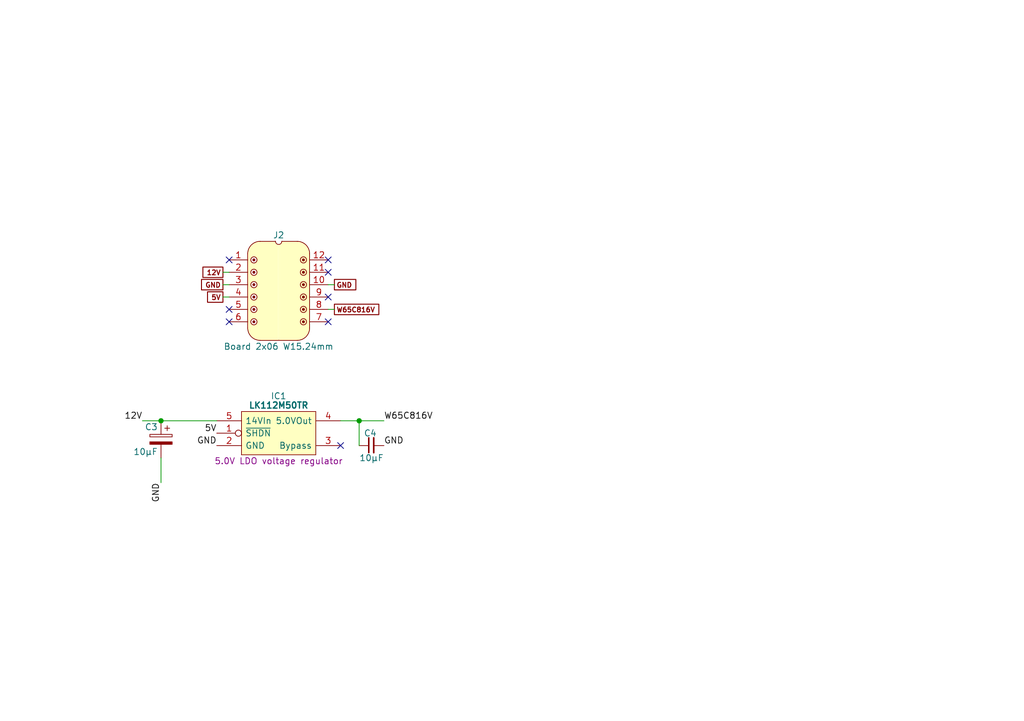
<source format=kicad_sch>
(kicad_sch
	(version 20250114)
	(generator "eeschema")
	(generator_version "9.0")
	(uuid "337b5f72-8be1-4121-9dc6-479b565482b2")
	(paper "A5")
	(title_block
		(title "W65C816 Power")
		(date "2025-06-17")
		(rev "V0")
	)
	(lib_symbols
		(symbol "HCP65:Board_02x06_W15.24mm"
			(pin_names
				(offset 1.016)
				(hide yes)
			)
			(exclude_from_sim no)
			(in_bom yes)
			(on_board yes)
			(property "Reference" "J"
				(at 0 5.08 0)
				(effects
					(font
						(size 1.27 1.27)
					)
				)
			)
			(property "Value" "Board 2x06 W15.24mm"
				(at 0 -17.78 0)
				(effects
					(font
						(size 1.27 1.27)
					)
				)
			)
			(property "Footprint" "SamacSys_Parts:DIP-12_Board_W15.24mm_Alt"
				(at 0 -20.32 0)
				(effects
					(font
						(size 1.27 1.27)
					)
					(hide yes)
				)
			)
			(property "Datasheet" ""
				(at 0 -45.72 0)
				(effects
					(font
						(size 1.27 1.27)
					)
					(hide yes)
				)
			)
			(property "Description" ""
				(at 0 -17.78 0)
				(effects
					(font
						(size 1.27 1.27)
					)
					(hide yes)
				)
			)
			(property "ki_keywords" "HCP65 Connector Board"
				(at 0 0 0)
				(effects
					(font
						(size 1.27 1.27)
					)
					(hide yes)
				)
			)
			(property "ki_fp_filters" "Connector*:*_2x??_*"
				(at 0 0 0)
				(effects
					(font
						(size 1.27 1.27)
					)
					(hide yes)
				)
			)
			(symbol "Board_02x06_W15.24mm_0_1"
				(polyline
					(pts
						(xy -6.35 1.27) (xy -6.35 -13.97)
					)
					(stroke
						(width 0)
						(type default)
					)
					(fill
						(type none)
					)
				)
				(arc
					(start -3.8102 -16.5098)
					(mid -5.6063 -15.7659)
					(end -6.3502 -13.9698)
					(stroke
						(width 0)
						(type default)
					)
					(fill
						(type none)
					)
				)
				(arc
					(start -6.35 1.27)
					(mid -5.6061 3.0661)
					(end -3.81 3.81)
					(stroke
						(width 0)
						(type default)
					)
					(fill
						(type none)
					)
				)
				(polyline
					(pts
						(xy -3.81 3.81) (xy -0.635 3.81)
					)
					(stroke
						(width 0)
						(type default)
					)
					(fill
						(type none)
					)
				)
				(arc
					(start 0.635 3.81)
					(mid 0 3.175)
					(end -0.635 3.81)
					(stroke
						(width 0)
						(type default)
					)
					(fill
						(type none)
					)
				)
				(polyline
					(pts
						(xy 0.635 3.81) (xy 3.81 3.81)
					)
					(stroke
						(width 0)
						(type default)
					)
					(fill
						(type none)
					)
				)
				(polyline
					(pts
						(xy 3.8098 -16.5098) (xy -3.81 -16.51)
					)
					(stroke
						(width 0)
						(type default)
					)
					(fill
						(type none)
					)
				)
				(arc
					(start 3.81 3.81)
					(mid 5.6061 3.0661)
					(end 6.35 1.27)
					(stroke
						(width 0)
						(type default)
					)
					(fill
						(type none)
					)
				)
				(arc
					(start 6.3498 -13.9698)
					(mid 5.6059 -15.7659)
					(end 3.8098 -16.5098)
					(stroke
						(width 0)
						(type default)
					)
					(fill
						(type none)
					)
				)
				(polyline
					(pts
						(xy 6.35 -13.97) (xy 6.35 1.27)
					)
					(stroke
						(width 0)
						(type default)
					)
					(fill
						(type none)
					)
				)
			)
			(symbol "Board_02x06_W15.24mm_1_1"
				(polyline
					(pts
						(xy -6.35 1.27) (xy -6.096 2.286) (xy -5.588 3.048) (xy -4.826 3.556) (xy -4.064 3.81) (xy -0.762 3.81)
						(xy -0.508 3.302) (xy 0 3.048) (xy 0 -16.51) (xy -3.81 -16.51) (xy -4.826 -16.256) (xy -5.588 -15.748)
						(xy -6.096 -14.986) (xy -6.35 -13.97) (xy -6.35 1.27)
					)
					(stroke
						(width -0.0001)
						(type solid)
					)
					(fill
						(type background)
					)
				)
				(circle
					(center -5.08 0)
					(radius 0.0001)
					(stroke
						(width 0.3)
						(type solid)
					)
					(fill
						(type none)
					)
				)
				(circle
					(center -5.08 0)
					(radius 0.635)
					(stroke
						(width 0)
						(type solid)
					)
					(fill
						(type color)
						(color 255 255 255 1)
					)
				)
				(circle
					(center -5.08 -2.54)
					(radius 0.0001)
					(stroke
						(width 0.3)
						(type solid)
					)
					(fill
						(type none)
					)
				)
				(circle
					(center -5.08 -2.54)
					(radius 0.635)
					(stroke
						(width 0)
						(type solid)
					)
					(fill
						(type color)
						(color 255 255 255 1)
					)
				)
				(circle
					(center -5.08 -5.08)
					(radius 0.0001)
					(stroke
						(width 0.3)
						(type solid)
					)
					(fill
						(type none)
					)
				)
				(circle
					(center -5.08 -5.08)
					(radius 0.635)
					(stroke
						(width 0)
						(type solid)
					)
					(fill
						(type color)
						(color 255 255 255 1)
					)
				)
				(circle
					(center -5.08 -7.62)
					(radius 0.0001)
					(stroke
						(width 0.3)
						(type solid)
					)
					(fill
						(type none)
					)
				)
				(circle
					(center -5.08 -7.62)
					(radius 0.635)
					(stroke
						(width 0)
						(type solid)
					)
					(fill
						(type color)
						(color 255 255 255 1)
					)
				)
				(circle
					(center -5.08 -10.16)
					(radius 0.0001)
					(stroke
						(width 0.3)
						(type solid)
					)
					(fill
						(type none)
					)
				)
				(circle
					(center -5.08 -10.16)
					(radius 0.635)
					(stroke
						(width 0)
						(type solid)
					)
					(fill
						(type color)
						(color 255 255 255 1)
					)
				)
				(circle
					(center -5.08 -12.7)
					(radius 0.0001)
					(stroke
						(width 0.3)
						(type solid)
					)
					(fill
						(type none)
					)
				)
				(circle
					(center -5.08 -12.7)
					(radius 0.635)
					(stroke
						(width 0)
						(type solid)
					)
					(fill
						(type color)
						(color 255 255 255 1)
					)
				)
				(circle
					(center 5.08 0)
					(radius 0.0001)
					(stroke
						(width 0.3)
						(type solid)
					)
					(fill
						(type none)
					)
				)
				(circle
					(center 5.08 0)
					(radius 0.635)
					(stroke
						(width 0)
						(type solid)
					)
					(fill
						(type color)
						(color 255 255 255 1)
					)
				)
				(circle
					(center 5.08 -2.54)
					(radius 0.0001)
					(stroke
						(width 0.3)
						(type solid)
					)
					(fill
						(type none)
					)
				)
				(circle
					(center 5.08 -2.54)
					(radius 0.635)
					(stroke
						(width 0)
						(type solid)
					)
					(fill
						(type color)
						(color 255 255 255 1)
					)
				)
				(circle
					(center 5.08 -5.08)
					(radius 0.0001)
					(stroke
						(width 0.3)
						(type solid)
					)
					(fill
						(type none)
					)
				)
				(circle
					(center 5.08 -5.08)
					(radius 0.635)
					(stroke
						(width 0)
						(type solid)
					)
					(fill
						(type color)
						(color 255 255 255 1)
					)
				)
				(circle
					(center 5.08 -7.62)
					(radius 0.0001)
					(stroke
						(width 0.3)
						(type solid)
					)
					(fill
						(type none)
					)
				)
				(circle
					(center 5.08 -7.62)
					(radius 0.635)
					(stroke
						(width 0)
						(type solid)
					)
					(fill
						(type color)
						(color 255 255 255 1)
					)
				)
				(circle
					(center 5.08 -10.16)
					(radius 0.0001)
					(stroke
						(width 0.3)
						(type solid)
					)
					(fill
						(type none)
					)
				)
				(circle
					(center 5.08 -10.16)
					(radius 0.635)
					(stroke
						(width 0)
						(type solid)
					)
					(fill
						(type color)
						(color 255 255 255 1)
					)
				)
				(circle
					(center 5.08 -12.7)
					(radius 0.0001)
					(stroke
						(width 0.3)
						(type solid)
					)
					(fill
						(type none)
					)
				)
				(circle
					(center 5.08 -12.7)
					(radius 0.635)
					(stroke
						(width 0)
						(type solid)
					)
					(fill
						(type color)
						(color 255 255 255 1)
					)
				)
				(polyline
					(pts
						(xy 6.35 1.27) (xy 6.096 2.286) (xy 5.588 3.048) (xy 4.826 3.556) (xy 4.064 3.81) (xy 0.762 3.81)
						(xy 0.508 3.302) (xy 0 3.048) (xy 0 -16.51) (xy 3.81 -16.51) (xy 4.826 -16.256) (xy 5.588 -15.748)
						(xy 6.096 -14.986) (xy 6.35 -13.97) (xy 6.35 1.27)
					)
					(stroke
						(width -0.0001)
						(type solid)
					)
					(fill
						(type background)
					)
				)
				(pin passive line
					(at -10.16 0 0)
					(length 3.81)
					(name ""
						(effects
							(font
								(size 1.27 1.27)
							)
						)
					)
					(number "1"
						(effects
							(font
								(size 1.27 1.27)
							)
						)
					)
				)
				(pin passive line
					(at -10.16 -2.54 0)
					(length 3.81)
					(name ""
						(effects
							(font
								(size 1.27 1.27)
							)
						)
					)
					(number "2"
						(effects
							(font
								(size 1.27 1.27)
							)
						)
					)
				)
				(pin passive line
					(at -10.16 -5.08 0)
					(length 3.81)
					(name ""
						(effects
							(font
								(size 1.27 1.27)
							)
						)
					)
					(number "3"
						(effects
							(font
								(size 1.27 1.27)
							)
						)
					)
				)
				(pin passive line
					(at -10.16 -7.62 0)
					(length 3.81)
					(name ""
						(effects
							(font
								(size 1.27 1.27)
							)
						)
					)
					(number "4"
						(effects
							(font
								(size 1.27 1.27)
							)
						)
					)
				)
				(pin passive line
					(at -10.16 -10.16 0)
					(length 3.81)
					(name ""
						(effects
							(font
								(size 1.27 1.27)
							)
						)
					)
					(number "5"
						(effects
							(font
								(size 1.27 1.27)
							)
						)
					)
				)
				(pin passive line
					(at -10.16 -12.7 0)
					(length 3.81)
					(name ""
						(effects
							(font
								(size 1.27 1.27)
							)
						)
					)
					(number "6"
						(effects
							(font
								(size 1.27 1.27)
							)
						)
					)
				)
				(pin passive line
					(at 10.16 0 180)
					(length 3.81)
					(name ""
						(effects
							(font
								(size 1.27 1.27)
							)
						)
					)
					(number "12"
						(effects
							(font
								(size 1.27 1.27)
							)
						)
					)
				)
				(pin passive line
					(at 10.16 -2.54 180)
					(length 3.81)
					(name ""
						(effects
							(font
								(size 1.27 1.27)
							)
						)
					)
					(number "11"
						(effects
							(font
								(size 1.27 1.27)
							)
						)
					)
				)
				(pin passive line
					(at 10.16 -5.08 180)
					(length 3.81)
					(name ""
						(effects
							(font
								(size 1.27 1.27)
							)
						)
					)
					(number "10"
						(effects
							(font
								(size 1.27 1.27)
							)
						)
					)
				)
				(pin passive line
					(at 10.16 -7.62 180)
					(length 3.81)
					(name ""
						(effects
							(font
								(size 1.27 1.27)
							)
						)
					)
					(number "9"
						(effects
							(font
								(size 1.27 1.27)
							)
						)
					)
				)
				(pin passive line
					(at 10.16 -10.16 180)
					(length 3.81)
					(name ""
						(effects
							(font
								(size 1.27 1.27)
							)
						)
					)
					(number "8"
						(effects
							(font
								(size 1.27 1.27)
							)
						)
					)
				)
				(pin passive line
					(at 10.16 -12.7 180)
					(length 3.81)
					(name ""
						(effects
							(font
								(size 1.27 1.27)
							)
						)
					)
					(number "7"
						(effects
							(font
								(size 1.27 1.27)
							)
						)
					)
				)
			)
			(embedded_fonts no)
		)
		(symbol "HCP65:C_0805"
			(pin_numbers
				(hide yes)
			)
			(pin_names
				(offset 0.254)
				(hide yes)
			)
			(exclude_from_sim no)
			(in_bom yes)
			(on_board yes)
			(property "Reference" "C"
				(at 2.286 2.54 0)
				(effects
					(font
						(size 1.27 1.27)
					)
				)
			)
			(property "Value" "?μF"
				(at 2.54 -2.54 0)
				(effects
					(font
						(size 1.27 1.27)
					)
				)
			)
			(property "Footprint" "SamacSys_Parts:C_0805"
				(at 16.764 -7.62 0)
				(effects
					(font
						(size 1.27 1.27)
					)
					(hide yes)
				)
			)
			(property "Datasheet" ""
				(at 2.2225 0.3175 90)
				(effects
					(font
						(size 1.27 1.27)
					)
					(hide yes)
				)
			)
			(property "Description" ""
				(at 0 0 0)
				(effects
					(font
						(size 1.27 1.27)
					)
					(hide yes)
				)
			)
			(property "ki_keywords" "capacitor cap"
				(at 0 0 0)
				(effects
					(font
						(size 1.27 1.27)
					)
					(hide yes)
				)
			)
			(property "ki_fp_filters" "C_*"
				(at 0 0 0)
				(effects
					(font
						(size 1.27 1.27)
					)
					(hide yes)
				)
			)
			(symbol "C_0805_0_1"
				(polyline
					(pts
						(xy 1.9685 -1.4605) (xy 1.9685 1.5875)
					)
					(stroke
						(width 0.3048)
						(type default)
					)
					(fill
						(type none)
					)
				)
				(polyline
					(pts
						(xy 2.9845 -1.4605) (xy 2.9845 1.5875)
					)
					(stroke
						(width 0.3302)
						(type default)
					)
					(fill
						(type none)
					)
				)
			)
			(symbol "C_0805_1_1"
				(pin passive line
					(at 0 0 0)
					(length 2.032)
					(name "~"
						(effects
							(font
								(size 1.27 1.27)
							)
						)
					)
					(number "1"
						(effects
							(font
								(size 1.27 1.27)
							)
						)
					)
				)
				(pin passive line
					(at 5.08 0 180)
					(length 2.032)
					(name "~"
						(effects
							(font
								(size 1.27 1.27)
							)
						)
					)
					(number "2"
						(effects
							(font
								(size 1.27 1.27)
							)
						)
					)
				)
			)
			(embedded_fonts no)
		)
		(symbol "HCP65:C_Radial_D4.0mm_P2.00mm"
			(pin_numbers
				(hide yes)
			)
			(pin_names
				(offset 0.254)
			)
			(exclude_from_sim no)
			(in_bom yes)
			(on_board yes)
			(property "Reference" "C"
				(at 0.635 2.54 0)
				(effects
					(font
						(size 1.27 1.27)
					)
					(justify left)
				)
			)
			(property "Value" "?μF"
				(at 0.635 -2.54 0)
				(effects
					(font
						(size 1.27 1.27)
					)
					(justify left)
				)
			)
			(property "Footprint" "SamacSys_Parts:CP_Radial_D4.0mm_P2.00mm"
				(at 0 -11.43 0)
				(effects
					(font
						(size 1.27 1.27)
					)
					(hide yes)
				)
			)
			(property "Datasheet" ""
				(at 5.08 -5.08 0)
				(effects
					(font
						(size 1.27 1.27)
					)
					(hide yes)
				)
			)
			(property "Description" ""
				(at 0.635 -2.54 0)
				(effects
					(font
						(size 1.27 1.27)
					)
					(justify left)
					(hide yes)
				)
			)
			(property "ki_keywords" "Polarised Capacitor"
				(at 0 0 0)
				(effects
					(font
						(size 1.27 1.27)
					)
					(hide yes)
				)
			)
			(property "ki_fp_filters" "CP_*"
				(at 0 0 0)
				(effects
					(font
						(size 1.27 1.27)
					)
					(hide yes)
				)
			)
			(symbol "C_Radial_D4.0mm_P2.00mm_0_1"
				(rectangle
					(start -2.286 0.508)
					(end 2.286 1.016)
					(stroke
						(width 0)
						(type default)
					)
					(fill
						(type none)
					)
				)
				(polyline
					(pts
						(xy -1.778 2.286) (xy -0.762 2.286)
					)
					(stroke
						(width 0)
						(type default)
					)
					(fill
						(type none)
					)
				)
				(polyline
					(pts
						(xy -1.27 2.794) (xy -1.27 1.778)
					)
					(stroke
						(width 0)
						(type default)
					)
					(fill
						(type none)
					)
				)
				(rectangle
					(start 2.286 -0.508)
					(end -2.286 -1.016)
					(stroke
						(width 0)
						(type default)
					)
					(fill
						(type outline)
					)
				)
			)
			(symbol "C_Radial_D4.0mm_P2.00mm_1_1"
				(pin passive line
					(at 0 3.81 270)
					(length 2.794)
					(name "~"
						(effects
							(font
								(size 1.27 1.27)
							)
						)
					)
					(number "1"
						(effects
							(font
								(size 1.27 1.27)
							)
						)
					)
				)
				(pin passive line
					(at 0 -3.81 90)
					(length 2.794)
					(name "~"
						(effects
							(font
								(size 1.27 1.27)
							)
						)
					)
					(number "2"
						(effects
							(font
								(size 1.27 1.27)
							)
						)
					)
				)
			)
			(embedded_fonts no)
		)
		(symbol "ST_Microelectronics:LK112M50TR"
			(pin_names
				(offset 0.762)
			)
			(exclude_from_sim no)
			(in_bom yes)
			(on_board yes)
			(property "Reference" "IC"
				(at 12.7 5.08 0)
				(effects
					(font
						(size 1.27 1.27)
					)
				)
			)
			(property "Value" "LK112M50TR"
				(at 12.7 3.175 0)
				(effects
					(font
						(size 1.27 1.27)
						(bold yes)
					)
				)
			)
			(property "Footprint" "SamacSys_Parts:SOT95P285X130-5N"
				(at 21.59 -14.605 0)
				(effects
					(font
						(size 1.27 1.27)
					)
					(justify left)
					(hide yes)
				)
			)
			(property "Datasheet" "https://www.mouser.co.za/datasheet/2/389/lk112-1849761.pdf"
				(at 21.59 -17.145 0)
				(effects
					(font
						(size 1.27 1.27)
					)
					(justify left)
					(hide yes)
				)
			)
			(property "Description" "5.0V LDO voltage regulator"
				(at 12.7 -8.255 0)
				(effects
					(font
						(size 1.27 1.27)
					)
				)
			)
			(property "Height" "1.0"
				(at 21.59 -19.685 0)
				(effects
					(font
						(size 1.27 1.27)
					)
					(justify left)
					(hide yes)
				)
			)
			(property "Manufacturer_Name" "ST Microelectronics"
				(at 21.59 -22.225 0)
				(effects
					(font
						(size 1.27 1.27)
					)
					(justify left)
					(hide yes)
				)
			)
			(property "Manufacturer_Part_Number" "LK112M50TR"
				(at 21.59 -24.765 0)
				(effects
					(font
						(size 1.27 1.27)
					)
					(justify left)
					(hide yes)
				)
			)
			(property "Silkscreen" "LK112M50"
				(at 21.59 -12.065 0)
				(effects
					(font
						(size 1.27 1.27)
					)
					(justify left)
					(hide yes)
				)
			)
			(symbol "LK112M50TR_0_0"
				(pin passive line
					(at 0 -5.08 0)
					(length 5.08)
					(name "GND"
						(effects
							(font
								(size 1.27 1.27)
							)
						)
					)
					(number "2"
						(effects
							(font
								(size 1.27 1.27)
							)
						)
					)
				)
			)
			(symbol "LK112M50TR_0_1"
				(polyline
					(pts
						(xy 5.08 1.905) (xy 20.32 1.905) (xy 20.32 -6.985) (xy 5.08 -6.985) (xy 5.08 1.905)
					)
					(stroke
						(width 0)
						(type default)
					)
					(fill
						(type background)
					)
				)
			)
			(symbol "LK112M50TR_1_0"
				(pin passive line
					(at 0 0 0)
					(length 5.08)
					(name "14VIn"
						(effects
							(font
								(size 1.27 1.27)
							)
						)
					)
					(number "5"
						(effects
							(font
								(size 1.27 1.27)
							)
						)
					)
				)
				(pin input inverted
					(at 0 -2.54 0)
					(length 5.08)
					(name "~{SHDN}"
						(effects
							(font
								(size 1.27 1.27)
							)
						)
					)
					(number "1"
						(effects
							(font
								(size 1.27 1.27)
							)
						)
					)
				)
				(pin passive line
					(at 25.4 0 180)
					(length 5.08)
					(name "5.0VOut"
						(effects
							(font
								(size 1.27 1.27)
							)
						)
					)
					(number "4"
						(effects
							(font
								(size 1.27 1.27)
							)
						)
					)
				)
				(pin passive line
					(at 25.4 -5.08 180)
					(length 5.08)
					(name "Bypass"
						(effects
							(font
								(size 1.27 1.27)
							)
						)
					)
					(number "3"
						(effects
							(font
								(size 1.27 1.27)
							)
						)
					)
				)
			)
			(embedded_fonts no)
		)
	)
	(junction
		(at 73.66 86.36)
		(diameter 0)
		(color 0 0 0 0)
		(uuid "b69ec544-b277-4ae1-98af-95a907ee7062")
	)
	(junction
		(at 33.02 86.36)
		(diameter 0)
		(color 0 0 0 0)
		(uuid "c12e7391-5b02-47dc-8567-06b75a903004")
	)
	(no_connect
		(at 67.31 53.34)
		(uuid "15d00091-77b4-453b-9328-e1fa64325508")
	)
	(no_connect
		(at 67.31 55.88)
		(uuid "38b4c3a9-961f-4f71-b6f8-f92eeab85956")
	)
	(no_connect
		(at 69.85 91.44)
		(uuid "40265f76-cf49-48b9-8b71-480059e6efcb")
	)
	(no_connect
		(at 46.99 66.04)
		(uuid "4c9784b5-5ac3-4dc1-a38e-51538dfb1022")
	)
	(no_connect
		(at 67.31 66.04)
		(uuid "61b0bfea-df1c-4f9b-aed6-9d4cba39da3e")
	)
	(no_connect
		(at 67.31 60.96)
		(uuid "815b2ef1-d7ec-4323-aa71-10ca8d624e4d")
	)
	(no_connect
		(at 46.99 53.34)
		(uuid "dc37486d-78cf-460e-afc8-f1fe6ffcc7d8")
	)
	(no_connect
		(at 46.99 63.5)
		(uuid "f5c0201c-14bc-475a-abe6-873baee8336c")
	)
	(wire
		(pts
			(xy 45.72 58.42) (xy 46.99 58.42)
		)
		(stroke
			(width 0)
			(type default)
		)
		(uuid "0158b26b-3cb4-45d7-993e-5323659a5c26")
	)
	(wire
		(pts
			(xy 45.72 60.96) (xy 46.99 60.96)
		)
		(stroke
			(width 0)
			(type default)
		)
		(uuid "08099ecb-b2b2-4412-bca5-8fb5d01c27bd")
	)
	(wire
		(pts
			(xy 73.66 86.36) (xy 69.85 86.36)
		)
		(stroke
			(width 0)
			(type default)
		)
		(uuid "0ac6e889-5e29-47d3-ab36-9a5a7f645d5c")
	)
	(wire
		(pts
			(xy 45.72 55.88) (xy 46.99 55.88)
		)
		(stroke
			(width 0)
			(type default)
		)
		(uuid "2b918ddf-796d-4b53-9399-ae7acd5be440")
	)
	(wire
		(pts
			(xy 68.58 58.42) (xy 67.31 58.42)
		)
		(stroke
			(width 0)
			(type default)
		)
		(uuid "39b581d1-04c3-44e0-b3f9-556c4f280fde")
	)
	(wire
		(pts
			(xy 29.21 86.36) (xy 33.02 86.36)
		)
		(stroke
			(width 0)
			(type default)
		)
		(uuid "9051898d-514b-411d-a5c4-bf93bb7511b2")
	)
	(wire
		(pts
			(xy 33.02 86.36) (xy 44.45 86.36)
		)
		(stroke
			(width 0)
			(type default)
		)
		(uuid "c04296f7-2edf-42d2-9900-b3117d1d3582")
	)
	(wire
		(pts
			(xy 78.74 86.36) (xy 73.66 86.36)
		)
		(stroke
			(width 0)
			(type default)
		)
		(uuid "d0b08cb4-b95e-4b84-aa48-72e21fdd54d8")
	)
	(wire
		(pts
			(xy 68.58 63.5) (xy 67.31 63.5)
		)
		(stroke
			(width 0)
			(type default)
		)
		(uuid "d14547ad-a7df-4d86-beaf-8216b84fa242")
	)
	(wire
		(pts
			(xy 73.66 91.44) (xy 73.66 86.36)
		)
		(stroke
			(width 0)
			(type default)
		)
		(uuid "ea72b4fb-4bb1-4593-82e5-8b730d9903fd")
	)
	(wire
		(pts
			(xy 33.02 99.06) (xy 33.02 93.98)
		)
		(stroke
			(width 0)
			(type default)
		)
		(uuid "ea73da1f-62cc-429f-8002-e10798fabefd")
	)
	(label "GND"
		(at 78.74 91.44 0)
		(effects
			(font
				(size 1.27 1.27)
			)
			(justify left bottom)
		)
		(uuid "546abcba-6238-48f1-a3dc-aed4c48e4ab7")
	)
	(label "GND"
		(at 33.02 99.06 270)
		(effects
			(font
				(size 1.27 1.27)
			)
			(justify right bottom)
		)
		(uuid "6052236d-493a-41d6-9e74-e65d318e0aeb")
	)
	(label "5V"
		(at 44.45 88.9 180)
		(effects
			(font
				(size 1.27 1.27)
			)
			(justify right bottom)
		)
		(uuid "9ab674ad-62cc-4a72-b37a-7d351a40ca08")
	)
	(label "GND"
		(at 44.45 91.44 180)
		(effects
			(font
				(size 1.27 1.27)
			)
			(justify right bottom)
		)
		(uuid "abcc6eaf-cc95-4108-9edc-a150b45541f7")
	)
	(label "12V"
		(at 29.21 86.36 180)
		(effects
			(font
				(size 1.27 1.27)
			)
			(justify right bottom)
		)
		(uuid "dc1c0b94-c3f0-4f63-bb95-13ab3e2451b9")
	)
	(label "W65C816V"
		(at 78.74 86.36 0)
		(effects
			(font
				(size 1.27 1.27)
			)
			(justify left bottom)
		)
		(uuid "f3981637-ec81-461b-910d-93442fae7003")
	)
	(global_label "12V"
		(shape passive)
		(at 45.72 55.88 180)
		(fields_autoplaced yes)
		(effects
			(font
				(size 1 1)
				(thickness 0.2)
				(bold yes)
			)
			(justify right)
		)
		(uuid "21bbf71f-6f6f-4813-88c9-90d6ddaf53b8")
		(property "Intersheetrefs" "${INTERSHEET_REFS}"
			(at 40.3385 55.88 0)
			(effects
				(font
					(size 1.27 1.27)
				)
				(justify right)
				(hide yes)
			)
		)
	)
	(global_label "GND"
		(shape passive)
		(at 45.72 58.42 180)
		(fields_autoplaced yes)
		(effects
			(font
				(size 1 1)
				(thickness 0.2)
				(bold yes)
			)
			(justify right)
		)
		(uuid "6f91a500-612a-49cb-a9c3-35f4213ea9c8")
		(property "Intersheetrefs" "${INTERSHEET_REFS}"
			(at 40.8221 58.42 0)
			(effects
				(font
					(size 1.27 1.27)
				)
				(justify right)
				(hide yes)
			)
		)
	)
	(global_label "GND"
		(shape passive)
		(at 68.58 58.42 0)
		(fields_autoplaced yes)
		(effects
			(font
				(size 1 1)
				(thickness 0.2)
				(bold yes)
			)
			(justify left)
		)
		(uuid "7955cf1f-3bed-4ffc-8d84-750b92cb589b")
		(property "Intersheetrefs" "${INTERSHEET_REFS}"
			(at 73.4779 58.42 0)
			(effects
				(font
					(size 1.27 1.27)
				)
				(justify left)
				(hide yes)
			)
		)
	)
	(global_label "5V"
		(shape passive)
		(at 45.72 60.96 180)
		(fields_autoplaced yes)
		(effects
			(font
				(size 1 1)
				(thickness 0.2)
				(bold yes)
			)
			(justify right)
		)
		(uuid "8b971951-1198-4a8e-b8b8-a8d9023d482a")
		(property "Intersheetrefs" "${INTERSHEET_REFS}"
			(at 41.548 60.96 0)
			(effects
				(font
					(size 1.27 1.27)
				)
				(justify right)
				(hide yes)
			)
		)
	)
	(global_label "W65C816V"
		(shape passive)
		(at 68.58 63.5 0)
		(fields_autoplaced yes)
		(effects
			(font
				(size 1 1)
				(thickness 0.2)
				(bold yes)
			)
			(justify left)
		)
		(uuid "b428b56b-9d2e-4a68-87f4-549463dc3989")
		(property "Intersheetrefs" "${INTERSHEET_REFS}"
			(at 80.3114 63.5 0)
			(effects
				(font
					(size 1.27 1.27)
				)
				(justify left)
				(hide yes)
			)
		)
	)
	(symbol
		(lib_id "HCP65:C_0805")
		(at 73.66 91.44 0)
		(unit 1)
		(exclude_from_sim no)
		(in_bom yes)
		(on_board yes)
		(dnp no)
		(uuid "20626d20-abc0-47af-a73d-2569a8fcec31")
		(property "Reference" "C4"
			(at 75.946 88.9 0)
			(effects
				(font
					(size 1.27 1.27)
				)
			)
		)
		(property "Value" "10µF"
			(at 73.66 93.98 0)
			(effects
				(font
					(size 1.27 1.27)
				)
				(justify left)
			)
		)
		(property "Footprint" "SamacSys_Parts:C_0805"
			(at 90.424 99.06 0)
			(effects
				(font
					(size 1.27 1.27)
				)
				(hide yes)
			)
		)
		(property "Datasheet" ""
			(at 75.8825 91.1225 90)
			(effects
				(font
					(size 1.27 1.27)
				)
				(hide yes)
			)
		)
		(property "Description" ""
			(at 73.66 91.44 0)
			(effects
				(font
					(size 1.27 1.27)
				)
				(hide yes)
			)
		)
		(pin "1"
			(uuid "b133d332-87e5-45da-a042-44295d6e5641")
		)
		(pin "2"
			(uuid "06a03a00-6b80-4c72-99d0-13eb206cfe6c")
		)
		(instances
			(project "HCP65 Native Memory Select"
				(path "/337b5f72-8be1-4121-9dc6-479b565482b2"
					(reference "C4")
					(unit 1)
				)
			)
		)
	)
	(symbol
		(lib_id "ST_Microelectronics:LK112M50TR")
		(at 44.45 86.36 0)
		(unit 1)
		(exclude_from_sim no)
		(in_bom yes)
		(on_board yes)
		(dnp no)
		(uuid "3390aad3-0853-426b-b87d-1b36850cfdb4")
		(property "Reference" "IC1"
			(at 57.15 81.28 0)
			(effects
				(font
					(size 1.27 1.27)
				)
			)
		)
		(property "Value" "LK112M50TR"
			(at 57.15 83.185 0)
			(effects
				(font
					(size 1.27 1.27)
					(bold yes)
				)
			)
		)
		(property "Footprint" "SamacSys_Parts:SOT95P285X130-5N"
			(at 66.04 100.965 0)
			(effects
				(font
					(size 1.27 1.27)
				)
				(justify left)
				(hide yes)
			)
		)
		(property "Datasheet" "https://www.mouser.co.za/datasheet/2/389/lk112-1849761.pdf"
			(at 66.04 103.505 0)
			(effects
				(font
					(size 1.27 1.27)
				)
				(justify left)
				(hide yes)
			)
		)
		(property "Description" "5.0V LDO voltage regulator"
			(at 57.15 94.615 0)
			(effects
				(font
					(size 1.27 1.27)
				)
			)
		)
		(property "Height" "1.0"
			(at 66.04 106.045 0)
			(effects
				(font
					(size 1.27 1.27)
				)
				(justify left)
				(hide yes)
			)
		)
		(property "Manufacturer_Name" "ST Microelectronics"
			(at 66.04 108.585 0)
			(effects
				(font
					(size 1.27 1.27)
				)
				(justify left)
				(hide yes)
			)
		)
		(property "Manufacturer_Part_Number" "LK112M50TR"
			(at 66.04 111.125 0)
			(effects
				(font
					(size 1.27 1.27)
				)
				(justify left)
				(hide yes)
			)
		)
		(property "Silkscreen" "LK112M50"
			(at 66.04 98.425 0)
			(effects
				(font
					(size 1.27 1.27)
				)
				(justify left)
				(hide yes)
			)
		)
		(pin "1"
			(uuid "20e7e8a0-4af8-4ecd-95ca-a9c36d7c0bc0")
		)
		(pin "5"
			(uuid "f78867aa-f275-44a2-bd16-b28ec98e22b1")
		)
		(pin "2"
			(uuid "3099a81e-8099-4181-b805-ac1de28b4892")
		)
		(pin "4"
			(uuid "eb96bccc-c05d-4c89-9c7e-a8f9aa52dc54")
		)
		(pin "3"
			(uuid "d5a6e3b3-47a7-4439-b282-27e1446e9188")
		)
		(instances
			(project "HCP65 Native Memory Select"
				(path "/337b5f72-8be1-4121-9dc6-479b565482b2"
					(reference "IC1")
					(unit 1)
				)
			)
		)
	)
	(symbol
		(lib_id "HCP65:C_Radial_D4.0mm_P2.00mm")
		(at 33.02 90.17 0)
		(mirror y)
		(unit 1)
		(exclude_from_sim no)
		(in_bom yes)
		(on_board yes)
		(dnp no)
		(uuid "9ca5d037-5e82-427c-ae09-42930534c22d")
		(property "Reference" "C3"
			(at 32.385 87.63 0)
			(effects
				(font
					(size 1.27 1.27)
				)
				(justify left)
			)
		)
		(property "Value" "10μF"
			(at 32.385 92.71 0)
			(effects
				(font
					(size 1.27 1.27)
				)
				(justify left)
			)
		)
		(property "Footprint" "SamacSys_Parts:CP_Radial_D4.0mm_P2.00mm"
			(at 33.02 101.6 0)
			(effects
				(font
					(size 1.27 1.27)
				)
				(hide yes)
			)
		)
		(property "Datasheet" ""
			(at 27.94 95.25 0)
			(effects
				(font
					(size 1.27 1.27)
				)
				(hide yes)
			)
		)
		(property "Description" ""
			(at 32.385 92.71 0)
			(effects
				(font
					(size 1.27 1.27)
				)
				(justify left)
				(hide yes)
			)
		)
		(pin "1"
			(uuid "2fba9811-c7cb-4929-9737-786144b5cd01")
		)
		(pin "2"
			(uuid "7066f96d-563f-44c4-807c-ec89863eae2f")
		)
		(instances
			(project "HCP65 Native Memory Select"
				(path "/337b5f72-8be1-4121-9dc6-479b565482b2"
					(reference "C3")
					(unit 1)
				)
			)
		)
	)
	(symbol
		(lib_id "HCP65:Board_02x06_W15.24mm")
		(at 57.15 53.34 0)
		(unit 1)
		(exclude_from_sim no)
		(in_bom yes)
		(on_board yes)
		(dnp no)
		(uuid "d19fe854-5b16-4099-96fa-01a894f43ac0")
		(property "Reference" "J2"
			(at 57.15 48.26 0)
			(effects
				(font
					(size 1.27 1.27)
				)
			)
		)
		(property "Value" "Board 2x06 W15.24mm"
			(at 57.15 71.12 0)
			(effects
				(font
					(size 1.27 1.27)
				)
			)
		)
		(property "Footprint" "SamacSys_Parts:DIP-12_Board_W15.24mm_Alt"
			(at 57.15 73.66 0)
			(effects
				(font
					(size 1.27 1.27)
				)
				(hide yes)
			)
		)
		(property "Datasheet" ""
			(at 57.15 99.06 0)
			(effects
				(font
					(size 1.27 1.27)
				)
				(hide yes)
			)
		)
		(property "Description" ""
			(at 57.15 71.12 0)
			(effects
				(font
					(size 1.27 1.27)
				)
				(hide yes)
			)
		)
		(pin "1"
			(uuid "2bf39c65-36a0-46e6-8940-d6385472bdd0")
		)
		(pin "10"
			(uuid "0f21efc2-ced5-47e1-b4eb-1227a4552e3a")
		)
		(pin "11"
			(uuid "8a5b05f6-0fe1-449a-ba79-7701e4461f3b")
		)
		(pin "12"
			(uuid "5a525eef-4b9b-4ec8-9662-17f7ed87d910")
		)
		(pin "2"
			(uuid "b245bba6-ef7a-47ce-8913-97927b0e7dbe")
		)
		(pin "3"
			(uuid "cad41feb-323c-4ff0-949f-382cbe52b80a")
		)
		(pin "4"
			(uuid "655b11f0-fc61-4216-8da6-dabd18f1424c")
		)
		(pin "5"
			(uuid "9eb46534-8d11-499c-b902-a0911c55b694")
		)
		(pin "6"
			(uuid "8b11aa97-58df-4da8-9dfc-21c8d5740de3")
		)
		(pin "7"
			(uuid "44296345-eeb1-4557-b750-bff3cfb30447")
		)
		(pin "8"
			(uuid "8f6e0dfa-5773-42cf-bf46-38b6313e498d")
		)
		(pin "9"
			(uuid "ea92e178-4aaa-48c6-be72-ab6bae281fe6")
		)
		(instances
			(project "HCP65 MPU Timer"
				(path "/337b5f72-8be1-4121-9dc6-479b565482b2"
					(reference "J2")
					(unit 1)
				)
			)
		)
	)
	(sheet_instances
		(path "/"
			(page "1")
		)
	)
	(embedded_fonts no)
)

</source>
